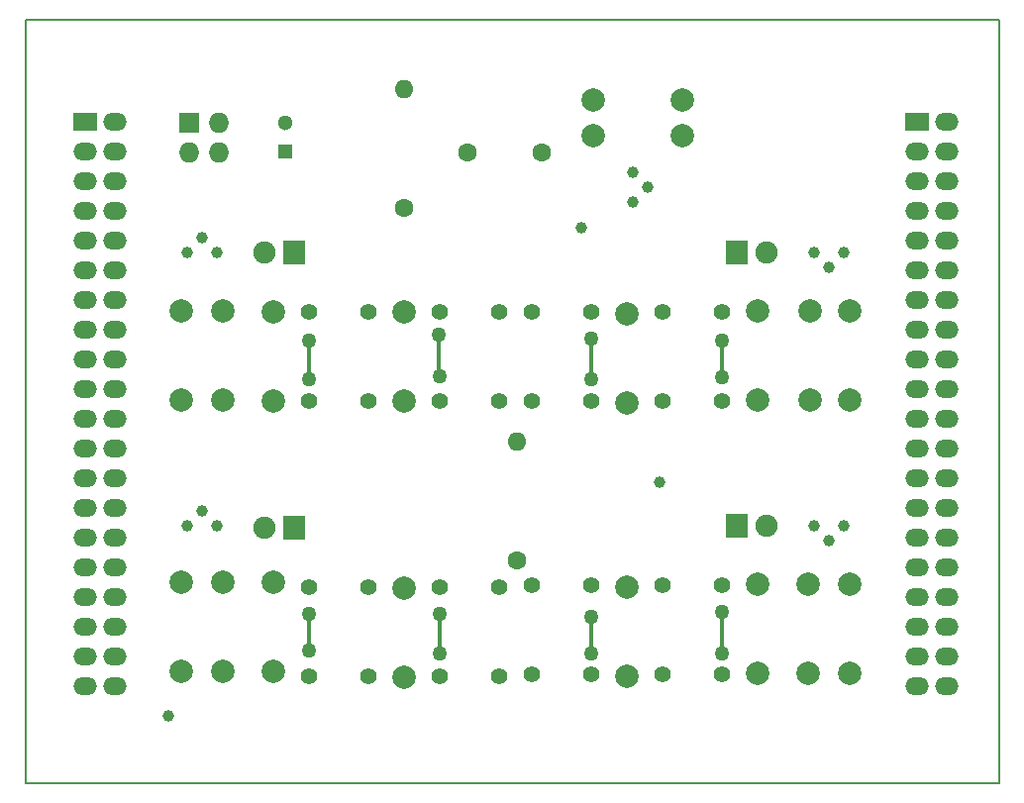
<source format=gbr>
G04 #@! TF.FileFunction,Copper,L1,Top,Signal*
%FSLAX46Y46*%
G04 Gerber Fmt 4.6, Leading zero omitted, Abs format (unit mm)*
G04 Created by KiCad (PCBNEW 4.0.6-e0-6349~53~ubuntu16.04.1) date Sat Jul  1 03:26:18 2017*
%MOMM*%
%LPD*%
G01*
G04 APERTURE LIST*
%ADD10C,0.100000*%
%ADD11C,0.150000*%
%ADD12C,1.600000*%
%ADD13O,1.600000X1.600000*%
%ADD14R,2.000000X1.524000*%
%ADD15O,2.000000X1.524000*%
%ADD16R,1.300000X1.300000*%
%ADD17C,1.300000*%
%ADD18C,1.998980*%
%ADD19R,1.900000X2.000000*%
%ADD20C,1.900000*%
%ADD21C,1.000000*%
%ADD22R,1.727200X1.727200*%
%ADD23O,1.727200X1.727200*%
%ADD24C,1.000760*%
%ADD25C,1.397000*%
%ADD26C,1.600200*%
%ADD27C,1.270000*%
%ADD28C,0.304800*%
G04 APERTURE END LIST*
D10*
D11*
X196250000Y-118000000D02*
X113000000Y-118000000D01*
X196250000Y-52750000D02*
X196250000Y-118000000D01*
X113000000Y-52750000D02*
X196250000Y-52750000D01*
X113000000Y-118000000D02*
X113000000Y-52750000D01*
D12*
X145400000Y-68800000D03*
D13*
X145400000Y-58640000D03*
D14*
X189230000Y-61468000D03*
D15*
X191770000Y-61468000D03*
X189230000Y-74168000D03*
X191770000Y-64008000D03*
X189230000Y-76708000D03*
X191770000Y-66548000D03*
X189230000Y-79248000D03*
X191770000Y-69088000D03*
X189230000Y-81788000D03*
X191770000Y-71628000D03*
X189230000Y-84328000D03*
X191770000Y-74168000D03*
X189230000Y-86868000D03*
X191770000Y-76708000D03*
X189230000Y-89408000D03*
X191770000Y-79248000D03*
X189230000Y-91948000D03*
X191770000Y-81788000D03*
X189230000Y-94488000D03*
X191770000Y-84328000D03*
X189230000Y-97028000D03*
X191770000Y-86868000D03*
X189230000Y-99568000D03*
X191770000Y-89408000D03*
X191770000Y-91948000D03*
X189230000Y-102108000D03*
X191770000Y-94488000D03*
X191770000Y-99568000D03*
X191770000Y-102108000D03*
X191770000Y-104648000D03*
X191770000Y-107188000D03*
X189230000Y-104648000D03*
X189230000Y-107188000D03*
X189230000Y-64008000D03*
X189230000Y-66548000D03*
X189230000Y-69088000D03*
X189230000Y-71628000D03*
X189230000Y-109728000D03*
X191770000Y-109728000D03*
X191770000Y-97028000D03*
D14*
X118110000Y-61468000D03*
D15*
X120650000Y-61468000D03*
X118110000Y-64008000D03*
X120650000Y-64008000D03*
X118110000Y-66548000D03*
X120650000Y-66548000D03*
X118110000Y-69088000D03*
X120650000Y-69088000D03*
X118110000Y-71628000D03*
X120650000Y-71628000D03*
X118110000Y-74168000D03*
X120650000Y-74168000D03*
X118110000Y-76708000D03*
X120650000Y-76708000D03*
X118110000Y-79248000D03*
X120650000Y-79248000D03*
X118110000Y-81788000D03*
X120650000Y-81788000D03*
X118110000Y-84328000D03*
X120650000Y-84328000D03*
X118110000Y-86868000D03*
X120650000Y-86868000D03*
X118110000Y-89408000D03*
X120650000Y-89408000D03*
X118110000Y-91948000D03*
X120650000Y-91948000D03*
X118110000Y-94488000D03*
X120650000Y-94488000D03*
X118110000Y-97028000D03*
X120650000Y-97028000D03*
X118110000Y-99568000D03*
X120650000Y-99568000D03*
X118110000Y-102108000D03*
X120650000Y-102108000D03*
X118110000Y-104648000D03*
X120650000Y-104648000D03*
X118110000Y-107188000D03*
X120650000Y-107188000D03*
X118110000Y-109728000D03*
X120650000Y-109728000D03*
D16*
X135255000Y-64008000D03*
D17*
X135255000Y-61508000D03*
D18*
X164465000Y-85471000D03*
X164465000Y-77851000D03*
D19*
X136017000Y-72644000D03*
D20*
X133477000Y-72644000D03*
D19*
X173863000Y-72644000D03*
D20*
X176403000Y-72644000D03*
D19*
X136017000Y-96139000D03*
D20*
X133477000Y-96139000D03*
D19*
X173863000Y-96012000D03*
D20*
X176403000Y-96012000D03*
D21*
X125250000Y-112250000D03*
X160500000Y-70500000D03*
X167250000Y-92250000D03*
D22*
X127007800Y-61542700D03*
D23*
X129547800Y-61542700D03*
X127007800Y-64082700D03*
X129547800Y-64082700D03*
D24*
X166243000Y-67056000D03*
X164973000Y-68326000D03*
X164973000Y-65786000D03*
X128143000Y-71374000D03*
X129413000Y-72644000D03*
X126873000Y-72644000D03*
X181737000Y-73914000D03*
X180467000Y-72644000D03*
X183007000Y-72644000D03*
X128143000Y-94742000D03*
X129413000Y-96012000D03*
X126873000Y-96012000D03*
X181737000Y-97282000D03*
X180467000Y-96012000D03*
X183007000Y-96012000D03*
D18*
X134239000Y-85344000D03*
X134239000Y-77724000D03*
X145415000Y-85344000D03*
X145415000Y-77724000D03*
X175641000Y-85217000D03*
X175641000Y-77597000D03*
X145415000Y-108966000D03*
X145415000Y-101346000D03*
X134239000Y-108458000D03*
X134239000Y-100838000D03*
X175641000Y-108585000D03*
X175641000Y-100965000D03*
X164465000Y-108839000D03*
X164465000Y-101219000D03*
X169164000Y-62611000D03*
X161544000Y-62611000D03*
X169164000Y-59563000D03*
X161544000Y-59563000D03*
X129921000Y-85217000D03*
X129921000Y-77597000D03*
X126365000Y-85217000D03*
X126365000Y-77597000D03*
X180086000Y-85217000D03*
X180086000Y-77597000D03*
X183515000Y-85217000D03*
X183515000Y-77597000D03*
X129921000Y-108458000D03*
X129921000Y-100838000D03*
X126365000Y-108458000D03*
X126365000Y-100838000D03*
X179959000Y-108585000D03*
X179959000Y-100965000D03*
X183515000Y-108585000D03*
X183515000Y-100965000D03*
D12*
X155000000Y-99000000D03*
D13*
X155000000Y-88840000D03*
D25*
X137287000Y-77724000D03*
X142367000Y-77724000D03*
X137287000Y-85344000D03*
X142367000Y-85344000D03*
X148463000Y-77724000D03*
X153543000Y-77724000D03*
X148463000Y-85344000D03*
X153543000Y-85344000D03*
X172593000Y-85344000D03*
X167513000Y-85344000D03*
X172593000Y-77724000D03*
X167513000Y-77724000D03*
X161417000Y-85344000D03*
X156337000Y-85344000D03*
X161417000Y-77724000D03*
X156337000Y-77724000D03*
X148463000Y-101219000D03*
X153543000Y-101219000D03*
X148463000Y-108839000D03*
X153543000Y-108839000D03*
X137287000Y-101219000D03*
X142367000Y-101219000D03*
X137287000Y-108839000D03*
X142367000Y-108839000D03*
X172593000Y-108712000D03*
X167513000Y-108712000D03*
X172593000Y-101092000D03*
X167513000Y-101092000D03*
X161417000Y-108712000D03*
X156337000Y-108712000D03*
X161417000Y-101092000D03*
X156337000Y-101092000D03*
D26*
X157178971Y-64124429D03*
X150828971Y-64124429D03*
D27*
X137287000Y-80137000D03*
X137287000Y-83439000D03*
X148336000Y-79629000D03*
X148463000Y-83185000D03*
X172593000Y-80137000D03*
X172593000Y-83312000D03*
X161417000Y-80010000D03*
X161417000Y-83439000D03*
X137287000Y-103505000D03*
X137287000Y-106680000D03*
X172593000Y-103378000D03*
X172593000Y-106934000D03*
X148463000Y-103505000D03*
X148463000Y-106934000D03*
X161417000Y-103759000D03*
X161417000Y-106934000D03*
D28*
X137287000Y-83439000D02*
X137287000Y-80137000D01*
X148336000Y-83058000D02*
X148336000Y-79629000D01*
X148463000Y-83185000D02*
X148336000Y-83058000D01*
X172593000Y-83312000D02*
X172593000Y-80137000D01*
X161417000Y-83439000D02*
X161417000Y-80010000D01*
X137287000Y-106680000D02*
X137287000Y-103505000D01*
X172593000Y-106934000D02*
X172593000Y-103378000D01*
X148463000Y-106934000D02*
X148463000Y-103505000D01*
X161417000Y-106934000D02*
X161417000Y-103759000D01*
M02*

</source>
